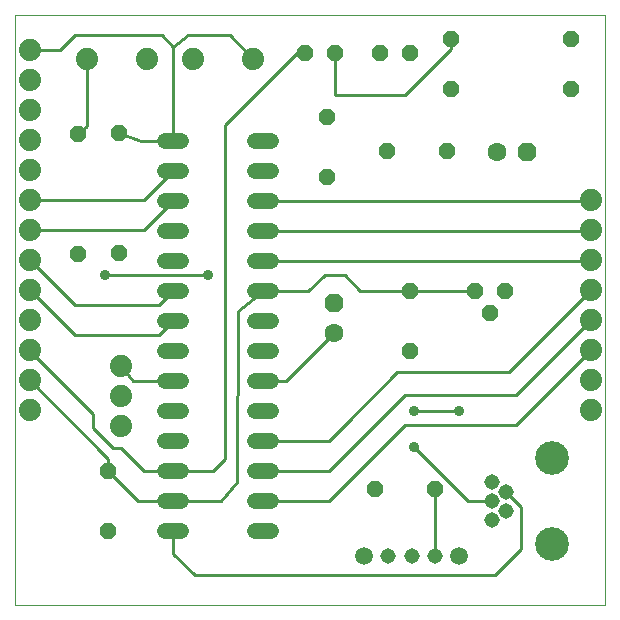
<source format=gtl>
G75*
%MOIN*%
%OFA0B0*%
%FSLAX25Y25*%
%IPPOS*%
%LPD*%
%AMOC8*
5,1,8,0,0,1.08239X$1,22.5*
%
%ADD10C,0.00000*%
%ADD11OC8,0.05200*%
%ADD12OC8,0.06300*%
%ADD13C,0.06300*%
%ADD14C,0.05200*%
%ADD15C,0.07400*%
%ADD16C,0.05150*%
%ADD17C,0.11220*%
%ADD18C,0.05937*%
%ADD19C,0.01000*%
%ADD20C,0.03562*%
D10*
X0001500Y0001500D02*
X0001500Y0198350D01*
X0198350Y0198350D01*
X0198350Y0001500D01*
X0001500Y0001500D01*
D11*
X0032661Y0026303D03*
X0032661Y0046303D03*
X0036264Y0118803D03*
X0022642Y0118488D03*
X0022642Y0158488D03*
X0036264Y0158803D03*
X0098291Y0185732D03*
X0108291Y0185732D03*
X0123409Y0185575D03*
X0133409Y0185575D03*
X0146933Y0190260D03*
X0146953Y0173429D03*
X0145457Y0152898D03*
X0125457Y0152898D03*
X0105476Y0144098D03*
X0105476Y0164098D03*
X0133272Y0106323D03*
X0133272Y0086323D03*
X0154925Y0106323D03*
X0159925Y0098823D03*
X0164925Y0106323D03*
X0141657Y0040299D03*
X0121657Y0040299D03*
X0186953Y0173429D03*
X0186933Y0190260D03*
D12*
X0172386Y0152661D03*
X0107819Y0102248D03*
D13*
X0107819Y0092248D03*
X0162386Y0152661D03*
D14*
X0086915Y0156264D02*
X0081715Y0156264D01*
X0081715Y0146264D02*
X0086915Y0146264D01*
X0086915Y0136264D02*
X0081715Y0136264D01*
X0081715Y0126264D02*
X0086915Y0126264D01*
X0086915Y0116264D02*
X0081715Y0116264D01*
X0081715Y0106264D02*
X0086915Y0106264D01*
X0086915Y0096264D02*
X0081715Y0096264D01*
X0081715Y0086264D02*
X0086915Y0086264D01*
X0086915Y0076264D02*
X0081715Y0076264D01*
X0081715Y0066264D02*
X0086915Y0066264D01*
X0086915Y0056264D02*
X0081715Y0056264D01*
X0081715Y0046264D02*
X0086915Y0046264D01*
X0086915Y0036264D02*
X0081715Y0036264D01*
X0081715Y0026264D02*
X0086915Y0026264D01*
X0056915Y0026264D02*
X0051715Y0026264D01*
X0051715Y0036264D02*
X0056915Y0036264D01*
X0056915Y0046264D02*
X0051715Y0046264D01*
X0051715Y0056264D02*
X0056915Y0056264D01*
X0056915Y0066264D02*
X0051715Y0066264D01*
X0051715Y0076264D02*
X0056915Y0076264D01*
X0056915Y0086264D02*
X0051715Y0086264D01*
X0051715Y0096264D02*
X0056915Y0096264D01*
X0056915Y0106264D02*
X0051715Y0106264D01*
X0051715Y0116264D02*
X0056915Y0116264D01*
X0056915Y0126264D02*
X0051715Y0126264D01*
X0051715Y0136264D02*
X0056915Y0136264D01*
X0056915Y0146264D02*
X0051715Y0146264D01*
X0051715Y0156264D02*
X0056915Y0156264D01*
D15*
X0061008Y0183646D03*
X0045535Y0183567D03*
X0025535Y0183567D03*
X0006500Y0186500D03*
X0006500Y0176500D03*
X0006500Y0166500D03*
X0006500Y0156500D03*
X0006500Y0146500D03*
X0006500Y0136500D03*
X0006500Y0126500D03*
X0006500Y0116500D03*
X0006500Y0106500D03*
X0006500Y0096500D03*
X0006500Y0086500D03*
X0006500Y0076500D03*
X0006500Y0066500D03*
X0036815Y0071185D03*
X0036815Y0061185D03*
X0036815Y0081185D03*
X0081008Y0183646D03*
X0193500Y0136500D03*
X0193500Y0126500D03*
X0193500Y0116500D03*
X0193500Y0106500D03*
X0193500Y0096500D03*
X0193500Y0086500D03*
X0193500Y0076500D03*
X0193500Y0066500D03*
D16*
X0165220Y0039276D03*
X0160496Y0042425D03*
X0160496Y0036126D03*
X0165220Y0032976D03*
X0160496Y0029827D03*
X0141657Y0017898D03*
X0133783Y0017898D03*
X0125909Y0017898D03*
D17*
X0180575Y0021756D03*
X0180575Y0050496D03*
D18*
X0149531Y0017898D03*
X0118035Y0017898D03*
D19*
X0106264Y0036264D02*
X0131500Y0061500D01*
X0168500Y0061500D01*
X0193500Y0086500D01*
X0193500Y0096500D02*
X0168500Y0071500D01*
X0131500Y0071500D01*
X0106264Y0046264D01*
X0084315Y0046264D01*
X0075732Y0042583D02*
X0075831Y0099453D01*
X0084315Y0106264D01*
X0086047Y0106224D01*
X0099236Y0106224D01*
X0104807Y0111500D01*
X0111500Y0111500D01*
X0116677Y0106323D01*
X0133272Y0106323D01*
X0154925Y0106323D01*
X0166157Y0079157D02*
X0129059Y0079157D01*
X0111500Y0061598D01*
X0111500Y0061500D01*
X0106264Y0056264D01*
X0084315Y0056264D01*
X0071500Y0050339D02*
X0071500Y0161500D01*
X0095732Y0185732D01*
X0098291Y0185732D01*
X0108193Y0185634D02*
X0108291Y0185732D01*
X0108193Y0185634D02*
X0108193Y0171677D01*
X0108370Y0171500D01*
X0131500Y0171500D01*
X0146933Y0186933D01*
X0146933Y0190260D01*
X0193500Y0136500D02*
X0193500Y0136264D01*
X0084315Y0136264D01*
X0084315Y0126264D02*
X0193500Y0126264D01*
X0193500Y0126500D01*
X0193500Y0116500D02*
X0193500Y0116264D01*
X0084315Y0116264D01*
X0066067Y0111500D02*
X0031500Y0111500D01*
X0021500Y0101500D02*
X0049551Y0101500D01*
X0054315Y0106264D01*
X0054315Y0096264D02*
X0049551Y0091500D01*
X0021500Y0091500D01*
X0006500Y0106500D01*
X0006500Y0116500D02*
X0021500Y0101500D01*
X0006500Y0086500D02*
X0006500Y0086362D01*
X0027583Y0065280D01*
X0027583Y0060555D01*
X0034276Y0053862D01*
X0036835Y0053862D01*
X0044413Y0046283D01*
X0054295Y0046283D01*
X0054315Y0046264D01*
X0054335Y0046283D01*
X0067445Y0046283D01*
X0071500Y0050339D01*
X0075732Y0042583D02*
X0070201Y0036264D01*
X0054315Y0036264D01*
X0042701Y0036264D01*
X0032661Y0046303D01*
X0032661Y0050339D01*
X0006500Y0076500D01*
X0036815Y0081185D02*
X0040752Y0076264D01*
X0054315Y0076264D01*
X0084315Y0076264D02*
X0091835Y0076264D01*
X0107819Y0092248D01*
X0134374Y0066264D02*
X0134472Y0066264D01*
X0134374Y0066264D01*
X0134472Y0066264D02*
X0149433Y0066264D01*
X0134472Y0054354D02*
X0134374Y0054453D01*
X0134472Y0054354D01*
X0152701Y0036126D01*
X0160496Y0036126D01*
X0165220Y0039276D02*
X0170398Y0034098D01*
X0170398Y0020201D01*
X0161697Y0011500D01*
X0061500Y0011500D01*
X0054315Y0018685D01*
X0054315Y0026264D01*
X0084315Y0036264D02*
X0106264Y0036264D01*
X0141657Y0040299D02*
X0141657Y0017898D01*
X0166157Y0079157D02*
X0193500Y0106500D01*
X0081008Y0183646D02*
X0073252Y0191500D01*
X0059335Y0191500D01*
X0054315Y0187661D01*
X0050476Y0191500D01*
X0021500Y0191500D01*
X0016500Y0186500D01*
X0006500Y0186500D01*
X0025535Y0183567D02*
X0025535Y0161382D01*
X0022642Y0158488D01*
X0036264Y0158803D02*
X0043606Y0156244D01*
X0054315Y0156264D01*
X0054315Y0187661D01*
X0054315Y0146264D02*
X0044551Y0136500D01*
X0006500Y0136500D01*
X0006500Y0126500D02*
X0044551Y0126500D01*
X0054315Y0136264D01*
D20*
X0066067Y0111500D03*
X0031500Y0111500D03*
X0134472Y0066264D03*
X0134472Y0054354D03*
X0149433Y0066264D03*
M02*

</source>
